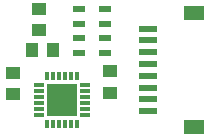
<source format=gbr>
%TF.GenerationSoftware,Altium Limited,Altium Designer,21.3.2 (30)*%
G04 Layer_Color=8421504*
%FSLAX26Y26*%
%MOIN*%
%TF.SameCoordinates,7249F2FC-C291-4BAF-AEBD-B68F3D0C2602*%
%TF.FilePolarity,Positive*%
%TF.FileFunction,Paste,Top*%
%TF.Part,Single*%
G01*
G75*
%TA.AperFunction,SMDPad,CuDef*%
%ADD10R,0.070866X0.047244*%
%ADD11R,0.061024X0.023622*%
%ADD12R,0.051181X0.039370*%
%ADD13R,0.039370X0.051181*%
%ADD14R,0.043307X0.023622*%
%ADD15R,0.102362X0.106299*%
%ADD16R,0.033465X0.013780*%
%ADD17R,0.013780X0.031496*%
D10*
X4168598Y3214181D02*
D03*
Y2836228D02*
D03*
D11*
X4016000Y3163000D02*
D03*
Y3123630D02*
D03*
Y3084260D02*
D03*
Y3044890D02*
D03*
Y3005520D02*
D03*
Y2966150D02*
D03*
Y2926780D02*
D03*
Y2887409D02*
D03*
D12*
X3890000Y2950000D02*
D03*
X3890394Y3020472D02*
D03*
X3652606Y3158528D02*
D03*
X3653000Y3229000D02*
D03*
X3565000Y2945000D02*
D03*
X3565394Y3015472D02*
D03*
D13*
X3630000Y3090905D02*
D03*
X3700472Y3090512D02*
D03*
D14*
X3786693Y3228819D02*
D03*
X3873307D02*
D03*
Y3179606D02*
D03*
X3786693D02*
D03*
Y3130394D02*
D03*
X3873307D02*
D03*
X3786693Y3081181D02*
D03*
X3873307D02*
D03*
D15*
X3730000Y2925000D02*
D03*
D16*
X3652244Y2875787D02*
D03*
Y2895472D02*
D03*
Y2915157D02*
D03*
Y2934843D02*
D03*
Y2954528D02*
D03*
Y2974213D02*
D03*
X3807756D02*
D03*
Y2954528D02*
D03*
Y2934843D02*
D03*
Y2915157D02*
D03*
Y2895472D02*
D03*
Y2875787D02*
D03*
D17*
X3680787Y3003740D02*
D03*
X3700472D02*
D03*
X3720157D02*
D03*
X3739843D02*
D03*
X3759528D02*
D03*
X3779213D02*
D03*
Y2846260D02*
D03*
X3759528D02*
D03*
X3739843D02*
D03*
X3720157D02*
D03*
X3700472D02*
D03*
X3680787D02*
D03*
%TF.MD5,aba7bbcca7993a0eb58484f6c7b19290*%
M02*

</source>
